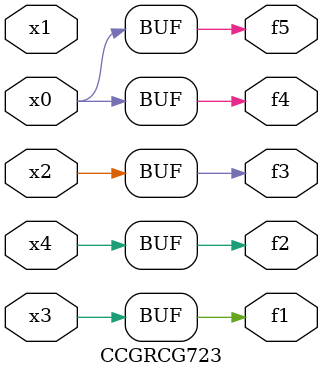
<source format=v>
module CCGRCG723(
	input x0, x1, x2, x3, x4,
	output f1, f2, f3, f4, f5
);
	assign f1 = x3;
	assign f2 = x4;
	assign f3 = x2;
	assign f4 = x0;
	assign f5 = x0;
endmodule

</source>
